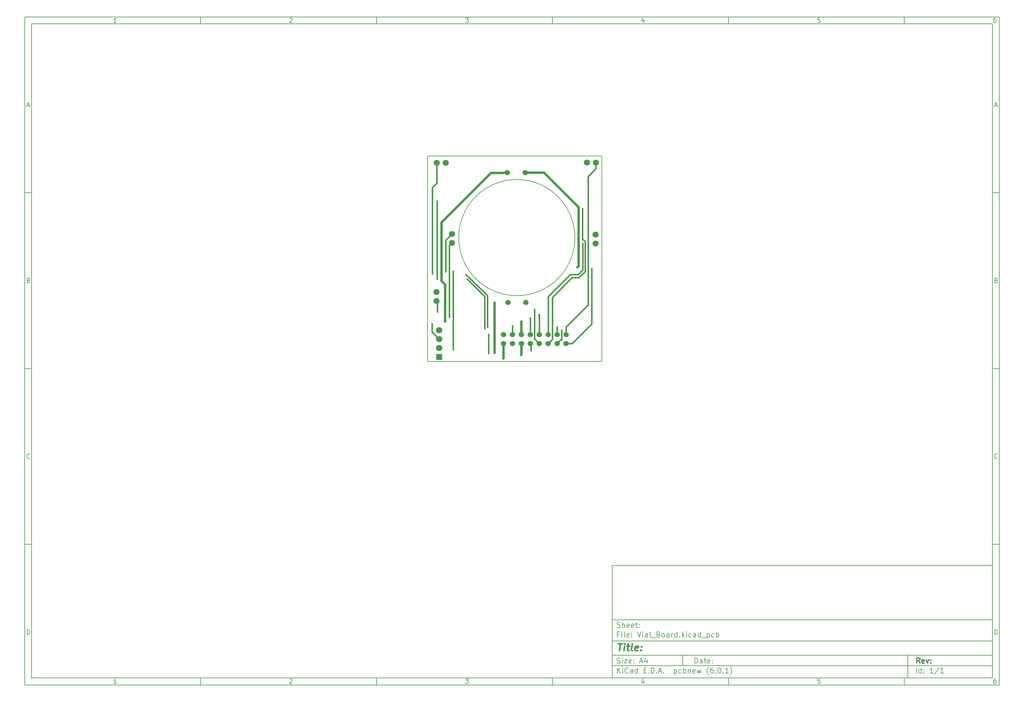
<source format=gbr>
%TF.GenerationSoftware,KiCad,Pcbnew,(6.0.1)*%
%TF.CreationDate,2022-03-10T11:24:42-03:00*%
%TF.ProjectId,Vial_Board,5669616c-5f42-46f6-9172-642e6b696361,rev?*%
%TF.SameCoordinates,Original*%
%TF.FileFunction,Copper,L2,Bot*%
%TF.FilePolarity,Positive*%
%FSLAX46Y46*%
G04 Gerber Fmt 4.6, Leading zero omitted, Abs format (unit mm)*
G04 Created by KiCad (PCBNEW (6.0.1)) date 2022-03-10 11:24:42*
%MOMM*%
%LPD*%
G01*
G04 APERTURE LIST*
%ADD10C,0.100000*%
%ADD11C,0.150000*%
%ADD12C,0.300000*%
%ADD13C,0.400000*%
%TA.AperFunction,Profile*%
%ADD14C,0.150000*%
%TD*%
%TA.AperFunction,ComponentPad*%
%ADD15C,1.524000*%
%TD*%
%TA.AperFunction,ComponentPad*%
%ADD16C,1.750000*%
%TD*%
%TA.AperFunction,ComponentPad*%
%ADD17R,1.800000X1.800000*%
%TD*%
%TA.AperFunction,ComponentPad*%
%ADD18C,1.800000*%
%TD*%
%TA.AperFunction,ViaPad*%
%ADD19C,0.406400*%
%TD*%
%TA.AperFunction,ViaPad*%
%ADD20C,0.635000*%
%TD*%
%TA.AperFunction,Conductor*%
%ADD21C,0.381000*%
%TD*%
%TA.AperFunction,Conductor*%
%ADD22C,0.635000*%
%TD*%
G04 APERTURE END LIST*
D10*
D11*
X177002200Y-166007200D02*
X177002200Y-198007200D01*
X285002200Y-198007200D01*
X285002200Y-166007200D01*
X177002200Y-166007200D01*
D10*
D11*
X10000000Y-10000000D02*
X10000000Y-200007200D01*
X287002200Y-200007200D01*
X287002200Y-10000000D01*
X10000000Y-10000000D01*
D10*
D11*
X12000000Y-12000000D02*
X12000000Y-198007200D01*
X285002200Y-198007200D01*
X285002200Y-12000000D01*
X12000000Y-12000000D01*
D10*
D11*
X60000000Y-12000000D02*
X60000000Y-10000000D01*
D10*
D11*
X110000000Y-12000000D02*
X110000000Y-10000000D01*
D10*
D11*
X160000000Y-12000000D02*
X160000000Y-10000000D01*
D10*
D11*
X210000000Y-12000000D02*
X210000000Y-10000000D01*
D10*
D11*
X260000000Y-12000000D02*
X260000000Y-10000000D01*
D10*
D11*
X36065476Y-11588095D02*
X35322619Y-11588095D01*
X35694047Y-11588095D02*
X35694047Y-10288095D01*
X35570238Y-10473809D01*
X35446428Y-10597619D01*
X35322619Y-10659523D01*
D10*
D11*
X85322619Y-10411904D02*
X85384523Y-10350000D01*
X85508333Y-10288095D01*
X85817857Y-10288095D01*
X85941666Y-10350000D01*
X86003571Y-10411904D01*
X86065476Y-10535714D01*
X86065476Y-10659523D01*
X86003571Y-10845238D01*
X85260714Y-11588095D01*
X86065476Y-11588095D01*
D10*
D11*
X135260714Y-10288095D02*
X136065476Y-10288095D01*
X135632142Y-10783333D01*
X135817857Y-10783333D01*
X135941666Y-10845238D01*
X136003571Y-10907142D01*
X136065476Y-11030952D01*
X136065476Y-11340476D01*
X136003571Y-11464285D01*
X135941666Y-11526190D01*
X135817857Y-11588095D01*
X135446428Y-11588095D01*
X135322619Y-11526190D01*
X135260714Y-11464285D01*
D10*
D11*
X185941666Y-10721428D02*
X185941666Y-11588095D01*
X185632142Y-10226190D02*
X185322619Y-11154761D01*
X186127380Y-11154761D01*
D10*
D11*
X236003571Y-10288095D02*
X235384523Y-10288095D01*
X235322619Y-10907142D01*
X235384523Y-10845238D01*
X235508333Y-10783333D01*
X235817857Y-10783333D01*
X235941666Y-10845238D01*
X236003571Y-10907142D01*
X236065476Y-11030952D01*
X236065476Y-11340476D01*
X236003571Y-11464285D01*
X235941666Y-11526190D01*
X235817857Y-11588095D01*
X235508333Y-11588095D01*
X235384523Y-11526190D01*
X235322619Y-11464285D01*
D10*
D11*
X285941666Y-10288095D02*
X285694047Y-10288095D01*
X285570238Y-10350000D01*
X285508333Y-10411904D01*
X285384523Y-10597619D01*
X285322619Y-10845238D01*
X285322619Y-11340476D01*
X285384523Y-11464285D01*
X285446428Y-11526190D01*
X285570238Y-11588095D01*
X285817857Y-11588095D01*
X285941666Y-11526190D01*
X286003571Y-11464285D01*
X286065476Y-11340476D01*
X286065476Y-11030952D01*
X286003571Y-10907142D01*
X285941666Y-10845238D01*
X285817857Y-10783333D01*
X285570238Y-10783333D01*
X285446428Y-10845238D01*
X285384523Y-10907142D01*
X285322619Y-11030952D01*
D10*
D11*
X60000000Y-198007200D02*
X60000000Y-200007200D01*
D10*
D11*
X110000000Y-198007200D02*
X110000000Y-200007200D01*
D10*
D11*
X160000000Y-198007200D02*
X160000000Y-200007200D01*
D10*
D11*
X210000000Y-198007200D02*
X210000000Y-200007200D01*
D10*
D11*
X260000000Y-198007200D02*
X260000000Y-200007200D01*
D10*
D11*
X36065476Y-199595295D02*
X35322619Y-199595295D01*
X35694047Y-199595295D02*
X35694047Y-198295295D01*
X35570238Y-198481009D01*
X35446428Y-198604819D01*
X35322619Y-198666723D01*
D10*
D11*
X85322619Y-198419104D02*
X85384523Y-198357200D01*
X85508333Y-198295295D01*
X85817857Y-198295295D01*
X85941666Y-198357200D01*
X86003571Y-198419104D01*
X86065476Y-198542914D01*
X86065476Y-198666723D01*
X86003571Y-198852438D01*
X85260714Y-199595295D01*
X86065476Y-199595295D01*
D10*
D11*
X135260714Y-198295295D02*
X136065476Y-198295295D01*
X135632142Y-198790533D01*
X135817857Y-198790533D01*
X135941666Y-198852438D01*
X136003571Y-198914342D01*
X136065476Y-199038152D01*
X136065476Y-199347676D01*
X136003571Y-199471485D01*
X135941666Y-199533390D01*
X135817857Y-199595295D01*
X135446428Y-199595295D01*
X135322619Y-199533390D01*
X135260714Y-199471485D01*
D10*
D11*
X185941666Y-198728628D02*
X185941666Y-199595295D01*
X185632142Y-198233390D02*
X185322619Y-199161961D01*
X186127380Y-199161961D01*
D10*
D11*
X236003571Y-198295295D02*
X235384523Y-198295295D01*
X235322619Y-198914342D01*
X235384523Y-198852438D01*
X235508333Y-198790533D01*
X235817857Y-198790533D01*
X235941666Y-198852438D01*
X236003571Y-198914342D01*
X236065476Y-199038152D01*
X236065476Y-199347676D01*
X236003571Y-199471485D01*
X235941666Y-199533390D01*
X235817857Y-199595295D01*
X235508333Y-199595295D01*
X235384523Y-199533390D01*
X235322619Y-199471485D01*
D10*
D11*
X285941666Y-198295295D02*
X285694047Y-198295295D01*
X285570238Y-198357200D01*
X285508333Y-198419104D01*
X285384523Y-198604819D01*
X285322619Y-198852438D01*
X285322619Y-199347676D01*
X285384523Y-199471485D01*
X285446428Y-199533390D01*
X285570238Y-199595295D01*
X285817857Y-199595295D01*
X285941666Y-199533390D01*
X286003571Y-199471485D01*
X286065476Y-199347676D01*
X286065476Y-199038152D01*
X286003571Y-198914342D01*
X285941666Y-198852438D01*
X285817857Y-198790533D01*
X285570238Y-198790533D01*
X285446428Y-198852438D01*
X285384523Y-198914342D01*
X285322619Y-199038152D01*
D10*
D11*
X10000000Y-60000000D02*
X12000000Y-60000000D01*
D10*
D11*
X10000000Y-110000000D02*
X12000000Y-110000000D01*
D10*
D11*
X10000000Y-160000000D02*
X12000000Y-160000000D01*
D10*
D11*
X10690476Y-35216666D02*
X11309523Y-35216666D01*
X10566666Y-35588095D02*
X11000000Y-34288095D01*
X11433333Y-35588095D01*
D10*
D11*
X11092857Y-84907142D02*
X11278571Y-84969047D01*
X11340476Y-85030952D01*
X11402380Y-85154761D01*
X11402380Y-85340476D01*
X11340476Y-85464285D01*
X11278571Y-85526190D01*
X11154761Y-85588095D01*
X10659523Y-85588095D01*
X10659523Y-84288095D01*
X11092857Y-84288095D01*
X11216666Y-84350000D01*
X11278571Y-84411904D01*
X11340476Y-84535714D01*
X11340476Y-84659523D01*
X11278571Y-84783333D01*
X11216666Y-84845238D01*
X11092857Y-84907142D01*
X10659523Y-84907142D01*
D10*
D11*
X11402380Y-135464285D02*
X11340476Y-135526190D01*
X11154761Y-135588095D01*
X11030952Y-135588095D01*
X10845238Y-135526190D01*
X10721428Y-135402380D01*
X10659523Y-135278571D01*
X10597619Y-135030952D01*
X10597619Y-134845238D01*
X10659523Y-134597619D01*
X10721428Y-134473809D01*
X10845238Y-134350000D01*
X11030952Y-134288095D01*
X11154761Y-134288095D01*
X11340476Y-134350000D01*
X11402380Y-134411904D01*
D10*
D11*
X10659523Y-185588095D02*
X10659523Y-184288095D01*
X10969047Y-184288095D01*
X11154761Y-184350000D01*
X11278571Y-184473809D01*
X11340476Y-184597619D01*
X11402380Y-184845238D01*
X11402380Y-185030952D01*
X11340476Y-185278571D01*
X11278571Y-185402380D01*
X11154761Y-185526190D01*
X10969047Y-185588095D01*
X10659523Y-185588095D01*
D10*
D11*
X287002200Y-60000000D02*
X285002200Y-60000000D01*
D10*
D11*
X287002200Y-110000000D02*
X285002200Y-110000000D01*
D10*
D11*
X287002200Y-160000000D02*
X285002200Y-160000000D01*
D10*
D11*
X285692676Y-35216666D02*
X286311723Y-35216666D01*
X285568866Y-35588095D02*
X286002200Y-34288095D01*
X286435533Y-35588095D01*
D10*
D11*
X286095057Y-84907142D02*
X286280771Y-84969047D01*
X286342676Y-85030952D01*
X286404580Y-85154761D01*
X286404580Y-85340476D01*
X286342676Y-85464285D01*
X286280771Y-85526190D01*
X286156961Y-85588095D01*
X285661723Y-85588095D01*
X285661723Y-84288095D01*
X286095057Y-84288095D01*
X286218866Y-84350000D01*
X286280771Y-84411904D01*
X286342676Y-84535714D01*
X286342676Y-84659523D01*
X286280771Y-84783333D01*
X286218866Y-84845238D01*
X286095057Y-84907142D01*
X285661723Y-84907142D01*
D10*
D11*
X286404580Y-135464285D02*
X286342676Y-135526190D01*
X286156961Y-135588095D01*
X286033152Y-135588095D01*
X285847438Y-135526190D01*
X285723628Y-135402380D01*
X285661723Y-135278571D01*
X285599819Y-135030952D01*
X285599819Y-134845238D01*
X285661723Y-134597619D01*
X285723628Y-134473809D01*
X285847438Y-134350000D01*
X286033152Y-134288095D01*
X286156961Y-134288095D01*
X286342676Y-134350000D01*
X286404580Y-134411904D01*
D10*
D11*
X285661723Y-185588095D02*
X285661723Y-184288095D01*
X285971247Y-184288095D01*
X286156961Y-184350000D01*
X286280771Y-184473809D01*
X286342676Y-184597619D01*
X286404580Y-184845238D01*
X286404580Y-185030952D01*
X286342676Y-185278571D01*
X286280771Y-185402380D01*
X286156961Y-185526190D01*
X285971247Y-185588095D01*
X285661723Y-185588095D01*
D10*
D11*
X200434342Y-193785771D02*
X200434342Y-192285771D01*
X200791485Y-192285771D01*
X201005771Y-192357200D01*
X201148628Y-192500057D01*
X201220057Y-192642914D01*
X201291485Y-192928628D01*
X201291485Y-193142914D01*
X201220057Y-193428628D01*
X201148628Y-193571485D01*
X201005771Y-193714342D01*
X200791485Y-193785771D01*
X200434342Y-193785771D01*
X202577200Y-193785771D02*
X202577200Y-193000057D01*
X202505771Y-192857200D01*
X202362914Y-192785771D01*
X202077200Y-192785771D01*
X201934342Y-192857200D01*
X202577200Y-193714342D02*
X202434342Y-193785771D01*
X202077200Y-193785771D01*
X201934342Y-193714342D01*
X201862914Y-193571485D01*
X201862914Y-193428628D01*
X201934342Y-193285771D01*
X202077200Y-193214342D01*
X202434342Y-193214342D01*
X202577200Y-193142914D01*
X203077200Y-192785771D02*
X203648628Y-192785771D01*
X203291485Y-192285771D02*
X203291485Y-193571485D01*
X203362914Y-193714342D01*
X203505771Y-193785771D01*
X203648628Y-193785771D01*
X204720057Y-193714342D02*
X204577200Y-193785771D01*
X204291485Y-193785771D01*
X204148628Y-193714342D01*
X204077200Y-193571485D01*
X204077200Y-193000057D01*
X204148628Y-192857200D01*
X204291485Y-192785771D01*
X204577200Y-192785771D01*
X204720057Y-192857200D01*
X204791485Y-193000057D01*
X204791485Y-193142914D01*
X204077200Y-193285771D01*
X205434342Y-193642914D02*
X205505771Y-193714342D01*
X205434342Y-193785771D01*
X205362914Y-193714342D01*
X205434342Y-193642914D01*
X205434342Y-193785771D01*
X205434342Y-192857200D02*
X205505771Y-192928628D01*
X205434342Y-193000057D01*
X205362914Y-192928628D01*
X205434342Y-192857200D01*
X205434342Y-193000057D01*
D10*
D11*
X177002200Y-194507200D02*
X285002200Y-194507200D01*
D10*
D11*
X178434342Y-196585771D02*
X178434342Y-195085771D01*
X179291485Y-196585771D02*
X178648628Y-195728628D01*
X179291485Y-195085771D02*
X178434342Y-195942914D01*
X179934342Y-196585771D02*
X179934342Y-195585771D01*
X179934342Y-195085771D02*
X179862914Y-195157200D01*
X179934342Y-195228628D01*
X180005771Y-195157200D01*
X179934342Y-195085771D01*
X179934342Y-195228628D01*
X181505771Y-196442914D02*
X181434342Y-196514342D01*
X181220057Y-196585771D01*
X181077200Y-196585771D01*
X180862914Y-196514342D01*
X180720057Y-196371485D01*
X180648628Y-196228628D01*
X180577200Y-195942914D01*
X180577200Y-195728628D01*
X180648628Y-195442914D01*
X180720057Y-195300057D01*
X180862914Y-195157200D01*
X181077200Y-195085771D01*
X181220057Y-195085771D01*
X181434342Y-195157200D01*
X181505771Y-195228628D01*
X182791485Y-196585771D02*
X182791485Y-195800057D01*
X182720057Y-195657200D01*
X182577200Y-195585771D01*
X182291485Y-195585771D01*
X182148628Y-195657200D01*
X182791485Y-196514342D02*
X182648628Y-196585771D01*
X182291485Y-196585771D01*
X182148628Y-196514342D01*
X182077200Y-196371485D01*
X182077200Y-196228628D01*
X182148628Y-196085771D01*
X182291485Y-196014342D01*
X182648628Y-196014342D01*
X182791485Y-195942914D01*
X184148628Y-196585771D02*
X184148628Y-195085771D01*
X184148628Y-196514342D02*
X184005771Y-196585771D01*
X183720057Y-196585771D01*
X183577200Y-196514342D01*
X183505771Y-196442914D01*
X183434342Y-196300057D01*
X183434342Y-195871485D01*
X183505771Y-195728628D01*
X183577200Y-195657200D01*
X183720057Y-195585771D01*
X184005771Y-195585771D01*
X184148628Y-195657200D01*
X186005771Y-195800057D02*
X186505771Y-195800057D01*
X186720057Y-196585771D02*
X186005771Y-196585771D01*
X186005771Y-195085771D01*
X186720057Y-195085771D01*
X187362914Y-196442914D02*
X187434342Y-196514342D01*
X187362914Y-196585771D01*
X187291485Y-196514342D01*
X187362914Y-196442914D01*
X187362914Y-196585771D01*
X188077200Y-196585771D02*
X188077200Y-195085771D01*
X188434342Y-195085771D01*
X188648628Y-195157200D01*
X188791485Y-195300057D01*
X188862914Y-195442914D01*
X188934342Y-195728628D01*
X188934342Y-195942914D01*
X188862914Y-196228628D01*
X188791485Y-196371485D01*
X188648628Y-196514342D01*
X188434342Y-196585771D01*
X188077200Y-196585771D01*
X189577200Y-196442914D02*
X189648628Y-196514342D01*
X189577200Y-196585771D01*
X189505771Y-196514342D01*
X189577200Y-196442914D01*
X189577200Y-196585771D01*
X190220057Y-196157200D02*
X190934342Y-196157200D01*
X190077200Y-196585771D02*
X190577200Y-195085771D01*
X191077200Y-196585771D01*
X191577200Y-196442914D02*
X191648628Y-196514342D01*
X191577200Y-196585771D01*
X191505771Y-196514342D01*
X191577200Y-196442914D01*
X191577200Y-196585771D01*
X194577200Y-195585771D02*
X194577200Y-197085771D01*
X194577200Y-195657200D02*
X194720057Y-195585771D01*
X195005771Y-195585771D01*
X195148628Y-195657200D01*
X195220057Y-195728628D01*
X195291485Y-195871485D01*
X195291485Y-196300057D01*
X195220057Y-196442914D01*
X195148628Y-196514342D01*
X195005771Y-196585771D01*
X194720057Y-196585771D01*
X194577200Y-196514342D01*
X196577200Y-196514342D02*
X196434342Y-196585771D01*
X196148628Y-196585771D01*
X196005771Y-196514342D01*
X195934342Y-196442914D01*
X195862914Y-196300057D01*
X195862914Y-195871485D01*
X195934342Y-195728628D01*
X196005771Y-195657200D01*
X196148628Y-195585771D01*
X196434342Y-195585771D01*
X196577200Y-195657200D01*
X197220057Y-196585771D02*
X197220057Y-195085771D01*
X197220057Y-195657200D02*
X197362914Y-195585771D01*
X197648628Y-195585771D01*
X197791485Y-195657200D01*
X197862914Y-195728628D01*
X197934342Y-195871485D01*
X197934342Y-196300057D01*
X197862914Y-196442914D01*
X197791485Y-196514342D01*
X197648628Y-196585771D01*
X197362914Y-196585771D01*
X197220057Y-196514342D01*
X198577200Y-195585771D02*
X198577200Y-196585771D01*
X198577200Y-195728628D02*
X198648628Y-195657200D01*
X198791485Y-195585771D01*
X199005771Y-195585771D01*
X199148628Y-195657200D01*
X199220057Y-195800057D01*
X199220057Y-196585771D01*
X200505771Y-196514342D02*
X200362914Y-196585771D01*
X200077200Y-196585771D01*
X199934342Y-196514342D01*
X199862914Y-196371485D01*
X199862914Y-195800057D01*
X199934342Y-195657200D01*
X200077200Y-195585771D01*
X200362914Y-195585771D01*
X200505771Y-195657200D01*
X200577200Y-195800057D01*
X200577200Y-195942914D01*
X199862914Y-196085771D01*
X201077200Y-195585771D02*
X201362914Y-196585771D01*
X201648628Y-195871485D01*
X201934342Y-196585771D01*
X202220057Y-195585771D01*
X204362914Y-197157200D02*
X204291485Y-197085771D01*
X204148628Y-196871485D01*
X204077200Y-196728628D01*
X204005771Y-196514342D01*
X203934342Y-196157200D01*
X203934342Y-195871485D01*
X204005771Y-195514342D01*
X204077200Y-195300057D01*
X204148628Y-195157200D01*
X204291485Y-194942914D01*
X204362914Y-194871485D01*
X205577200Y-195085771D02*
X205291485Y-195085771D01*
X205148628Y-195157200D01*
X205077200Y-195228628D01*
X204934342Y-195442914D01*
X204862914Y-195728628D01*
X204862914Y-196300057D01*
X204934342Y-196442914D01*
X205005771Y-196514342D01*
X205148628Y-196585771D01*
X205434342Y-196585771D01*
X205577200Y-196514342D01*
X205648628Y-196442914D01*
X205720057Y-196300057D01*
X205720057Y-195942914D01*
X205648628Y-195800057D01*
X205577200Y-195728628D01*
X205434342Y-195657200D01*
X205148628Y-195657200D01*
X205005771Y-195728628D01*
X204934342Y-195800057D01*
X204862914Y-195942914D01*
X206362914Y-196442914D02*
X206434342Y-196514342D01*
X206362914Y-196585771D01*
X206291485Y-196514342D01*
X206362914Y-196442914D01*
X206362914Y-196585771D01*
X207362914Y-195085771D02*
X207505771Y-195085771D01*
X207648628Y-195157200D01*
X207720057Y-195228628D01*
X207791485Y-195371485D01*
X207862914Y-195657200D01*
X207862914Y-196014342D01*
X207791485Y-196300057D01*
X207720057Y-196442914D01*
X207648628Y-196514342D01*
X207505771Y-196585771D01*
X207362914Y-196585771D01*
X207220057Y-196514342D01*
X207148628Y-196442914D01*
X207077200Y-196300057D01*
X207005771Y-196014342D01*
X207005771Y-195657200D01*
X207077200Y-195371485D01*
X207148628Y-195228628D01*
X207220057Y-195157200D01*
X207362914Y-195085771D01*
X208505771Y-196442914D02*
X208577200Y-196514342D01*
X208505771Y-196585771D01*
X208434342Y-196514342D01*
X208505771Y-196442914D01*
X208505771Y-196585771D01*
X210005771Y-196585771D02*
X209148628Y-196585771D01*
X209577200Y-196585771D02*
X209577200Y-195085771D01*
X209434342Y-195300057D01*
X209291485Y-195442914D01*
X209148628Y-195514342D01*
X210505771Y-197157200D02*
X210577200Y-197085771D01*
X210720057Y-196871485D01*
X210791485Y-196728628D01*
X210862914Y-196514342D01*
X210934342Y-196157200D01*
X210934342Y-195871485D01*
X210862914Y-195514342D01*
X210791485Y-195300057D01*
X210720057Y-195157200D01*
X210577200Y-194942914D01*
X210505771Y-194871485D01*
D10*
D11*
X177002200Y-191507200D02*
X285002200Y-191507200D01*
D10*
D12*
X264411485Y-193785771D02*
X263911485Y-193071485D01*
X263554342Y-193785771D02*
X263554342Y-192285771D01*
X264125771Y-192285771D01*
X264268628Y-192357200D01*
X264340057Y-192428628D01*
X264411485Y-192571485D01*
X264411485Y-192785771D01*
X264340057Y-192928628D01*
X264268628Y-193000057D01*
X264125771Y-193071485D01*
X263554342Y-193071485D01*
X265625771Y-193714342D02*
X265482914Y-193785771D01*
X265197200Y-193785771D01*
X265054342Y-193714342D01*
X264982914Y-193571485D01*
X264982914Y-193000057D01*
X265054342Y-192857200D01*
X265197200Y-192785771D01*
X265482914Y-192785771D01*
X265625771Y-192857200D01*
X265697200Y-193000057D01*
X265697200Y-193142914D01*
X264982914Y-193285771D01*
X266197200Y-192785771D02*
X266554342Y-193785771D01*
X266911485Y-192785771D01*
X267482914Y-193642914D02*
X267554342Y-193714342D01*
X267482914Y-193785771D01*
X267411485Y-193714342D01*
X267482914Y-193642914D01*
X267482914Y-193785771D01*
X267482914Y-192857200D02*
X267554342Y-192928628D01*
X267482914Y-193000057D01*
X267411485Y-192928628D01*
X267482914Y-192857200D01*
X267482914Y-193000057D01*
D10*
D11*
X178362914Y-193714342D02*
X178577200Y-193785771D01*
X178934342Y-193785771D01*
X179077200Y-193714342D01*
X179148628Y-193642914D01*
X179220057Y-193500057D01*
X179220057Y-193357200D01*
X179148628Y-193214342D01*
X179077200Y-193142914D01*
X178934342Y-193071485D01*
X178648628Y-193000057D01*
X178505771Y-192928628D01*
X178434342Y-192857200D01*
X178362914Y-192714342D01*
X178362914Y-192571485D01*
X178434342Y-192428628D01*
X178505771Y-192357200D01*
X178648628Y-192285771D01*
X179005771Y-192285771D01*
X179220057Y-192357200D01*
X179862914Y-193785771D02*
X179862914Y-192785771D01*
X179862914Y-192285771D02*
X179791485Y-192357200D01*
X179862914Y-192428628D01*
X179934342Y-192357200D01*
X179862914Y-192285771D01*
X179862914Y-192428628D01*
X180434342Y-192785771D02*
X181220057Y-192785771D01*
X180434342Y-193785771D01*
X181220057Y-193785771D01*
X182362914Y-193714342D02*
X182220057Y-193785771D01*
X181934342Y-193785771D01*
X181791485Y-193714342D01*
X181720057Y-193571485D01*
X181720057Y-193000057D01*
X181791485Y-192857200D01*
X181934342Y-192785771D01*
X182220057Y-192785771D01*
X182362914Y-192857200D01*
X182434342Y-193000057D01*
X182434342Y-193142914D01*
X181720057Y-193285771D01*
X183077200Y-193642914D02*
X183148628Y-193714342D01*
X183077200Y-193785771D01*
X183005771Y-193714342D01*
X183077200Y-193642914D01*
X183077200Y-193785771D01*
X183077200Y-192857200D02*
X183148628Y-192928628D01*
X183077200Y-193000057D01*
X183005771Y-192928628D01*
X183077200Y-192857200D01*
X183077200Y-193000057D01*
X184862914Y-193357200D02*
X185577200Y-193357200D01*
X184720057Y-193785771D02*
X185220057Y-192285771D01*
X185720057Y-193785771D01*
X186862914Y-192785771D02*
X186862914Y-193785771D01*
X186505771Y-192214342D02*
X186148628Y-193285771D01*
X187077200Y-193285771D01*
D10*
D11*
X263434342Y-196585771D02*
X263434342Y-195085771D01*
X264791485Y-196585771D02*
X264791485Y-195085771D01*
X264791485Y-196514342D02*
X264648628Y-196585771D01*
X264362914Y-196585771D01*
X264220057Y-196514342D01*
X264148628Y-196442914D01*
X264077200Y-196300057D01*
X264077200Y-195871485D01*
X264148628Y-195728628D01*
X264220057Y-195657200D01*
X264362914Y-195585771D01*
X264648628Y-195585771D01*
X264791485Y-195657200D01*
X265505771Y-196442914D02*
X265577200Y-196514342D01*
X265505771Y-196585771D01*
X265434342Y-196514342D01*
X265505771Y-196442914D01*
X265505771Y-196585771D01*
X265505771Y-195657200D02*
X265577200Y-195728628D01*
X265505771Y-195800057D01*
X265434342Y-195728628D01*
X265505771Y-195657200D01*
X265505771Y-195800057D01*
X268148628Y-196585771D02*
X267291485Y-196585771D01*
X267720057Y-196585771D02*
X267720057Y-195085771D01*
X267577200Y-195300057D01*
X267434342Y-195442914D01*
X267291485Y-195514342D01*
X269862914Y-195014342D02*
X268577200Y-196942914D01*
X271148628Y-196585771D02*
X270291485Y-196585771D01*
X270720057Y-196585771D02*
X270720057Y-195085771D01*
X270577200Y-195300057D01*
X270434342Y-195442914D01*
X270291485Y-195514342D01*
D10*
D11*
X177002200Y-187507200D02*
X285002200Y-187507200D01*
D10*
D13*
X178714580Y-188211961D02*
X179857438Y-188211961D01*
X179036009Y-190211961D02*
X179286009Y-188211961D01*
X180274104Y-190211961D02*
X180440771Y-188878628D01*
X180524104Y-188211961D02*
X180416961Y-188307200D01*
X180500295Y-188402438D01*
X180607438Y-188307200D01*
X180524104Y-188211961D01*
X180500295Y-188402438D01*
X181107438Y-188878628D02*
X181869342Y-188878628D01*
X181476485Y-188211961D02*
X181262200Y-189926247D01*
X181333628Y-190116723D01*
X181512200Y-190211961D01*
X181702676Y-190211961D01*
X182655057Y-190211961D02*
X182476485Y-190116723D01*
X182405057Y-189926247D01*
X182619342Y-188211961D01*
X184190771Y-190116723D02*
X183988390Y-190211961D01*
X183607438Y-190211961D01*
X183428866Y-190116723D01*
X183357438Y-189926247D01*
X183452676Y-189164342D01*
X183571723Y-188973866D01*
X183774104Y-188878628D01*
X184155057Y-188878628D01*
X184333628Y-188973866D01*
X184405057Y-189164342D01*
X184381247Y-189354819D01*
X183405057Y-189545295D01*
X185155057Y-190021485D02*
X185238390Y-190116723D01*
X185131247Y-190211961D01*
X185047914Y-190116723D01*
X185155057Y-190021485D01*
X185131247Y-190211961D01*
X185286009Y-188973866D02*
X185369342Y-189069104D01*
X185262200Y-189164342D01*
X185178866Y-189069104D01*
X185286009Y-188973866D01*
X185262200Y-189164342D01*
D10*
D11*
X178934342Y-185600057D02*
X178434342Y-185600057D01*
X178434342Y-186385771D02*
X178434342Y-184885771D01*
X179148628Y-184885771D01*
X179720057Y-186385771D02*
X179720057Y-185385771D01*
X179720057Y-184885771D02*
X179648628Y-184957200D01*
X179720057Y-185028628D01*
X179791485Y-184957200D01*
X179720057Y-184885771D01*
X179720057Y-185028628D01*
X180648628Y-186385771D02*
X180505771Y-186314342D01*
X180434342Y-186171485D01*
X180434342Y-184885771D01*
X181791485Y-186314342D02*
X181648628Y-186385771D01*
X181362914Y-186385771D01*
X181220057Y-186314342D01*
X181148628Y-186171485D01*
X181148628Y-185600057D01*
X181220057Y-185457200D01*
X181362914Y-185385771D01*
X181648628Y-185385771D01*
X181791485Y-185457200D01*
X181862914Y-185600057D01*
X181862914Y-185742914D01*
X181148628Y-185885771D01*
X182505771Y-186242914D02*
X182577200Y-186314342D01*
X182505771Y-186385771D01*
X182434342Y-186314342D01*
X182505771Y-186242914D01*
X182505771Y-186385771D01*
X182505771Y-185457200D02*
X182577200Y-185528628D01*
X182505771Y-185600057D01*
X182434342Y-185528628D01*
X182505771Y-185457200D01*
X182505771Y-185600057D01*
X184148628Y-184885771D02*
X184648628Y-186385771D01*
X185148628Y-184885771D01*
X185648628Y-186385771D02*
X185648628Y-185385771D01*
X185648628Y-184885771D02*
X185577200Y-184957200D01*
X185648628Y-185028628D01*
X185720057Y-184957200D01*
X185648628Y-184885771D01*
X185648628Y-185028628D01*
X187005771Y-186385771D02*
X187005771Y-185600057D01*
X186934342Y-185457200D01*
X186791485Y-185385771D01*
X186505771Y-185385771D01*
X186362914Y-185457200D01*
X187005771Y-186314342D02*
X186862914Y-186385771D01*
X186505771Y-186385771D01*
X186362914Y-186314342D01*
X186291485Y-186171485D01*
X186291485Y-186028628D01*
X186362914Y-185885771D01*
X186505771Y-185814342D01*
X186862914Y-185814342D01*
X187005771Y-185742914D01*
X187934342Y-186385771D02*
X187791485Y-186314342D01*
X187720057Y-186171485D01*
X187720057Y-184885771D01*
X188148628Y-186528628D02*
X189291485Y-186528628D01*
X190148628Y-185600057D02*
X190362914Y-185671485D01*
X190434342Y-185742914D01*
X190505771Y-185885771D01*
X190505771Y-186100057D01*
X190434342Y-186242914D01*
X190362914Y-186314342D01*
X190220057Y-186385771D01*
X189648628Y-186385771D01*
X189648628Y-184885771D01*
X190148628Y-184885771D01*
X190291485Y-184957200D01*
X190362914Y-185028628D01*
X190434342Y-185171485D01*
X190434342Y-185314342D01*
X190362914Y-185457200D01*
X190291485Y-185528628D01*
X190148628Y-185600057D01*
X189648628Y-185600057D01*
X191362914Y-186385771D02*
X191220057Y-186314342D01*
X191148628Y-186242914D01*
X191077200Y-186100057D01*
X191077200Y-185671485D01*
X191148628Y-185528628D01*
X191220057Y-185457200D01*
X191362914Y-185385771D01*
X191577200Y-185385771D01*
X191720057Y-185457200D01*
X191791485Y-185528628D01*
X191862914Y-185671485D01*
X191862914Y-186100057D01*
X191791485Y-186242914D01*
X191720057Y-186314342D01*
X191577200Y-186385771D01*
X191362914Y-186385771D01*
X193148628Y-186385771D02*
X193148628Y-185600057D01*
X193077200Y-185457200D01*
X192934342Y-185385771D01*
X192648628Y-185385771D01*
X192505771Y-185457200D01*
X193148628Y-186314342D02*
X193005771Y-186385771D01*
X192648628Y-186385771D01*
X192505771Y-186314342D01*
X192434342Y-186171485D01*
X192434342Y-186028628D01*
X192505771Y-185885771D01*
X192648628Y-185814342D01*
X193005771Y-185814342D01*
X193148628Y-185742914D01*
X193862914Y-186385771D02*
X193862914Y-185385771D01*
X193862914Y-185671485D02*
X193934342Y-185528628D01*
X194005771Y-185457200D01*
X194148628Y-185385771D01*
X194291485Y-185385771D01*
X195434342Y-186385771D02*
X195434342Y-184885771D01*
X195434342Y-186314342D02*
X195291485Y-186385771D01*
X195005771Y-186385771D01*
X194862914Y-186314342D01*
X194791485Y-186242914D01*
X194720057Y-186100057D01*
X194720057Y-185671485D01*
X194791485Y-185528628D01*
X194862914Y-185457200D01*
X195005771Y-185385771D01*
X195291485Y-185385771D01*
X195434342Y-185457200D01*
X196148628Y-186242914D02*
X196220057Y-186314342D01*
X196148628Y-186385771D01*
X196077200Y-186314342D01*
X196148628Y-186242914D01*
X196148628Y-186385771D01*
X196862914Y-186385771D02*
X196862914Y-184885771D01*
X197005771Y-185814342D02*
X197434342Y-186385771D01*
X197434342Y-185385771D02*
X196862914Y-185957200D01*
X198077200Y-186385771D02*
X198077200Y-185385771D01*
X198077200Y-184885771D02*
X198005771Y-184957200D01*
X198077200Y-185028628D01*
X198148628Y-184957200D01*
X198077200Y-184885771D01*
X198077200Y-185028628D01*
X199434342Y-186314342D02*
X199291485Y-186385771D01*
X199005771Y-186385771D01*
X198862914Y-186314342D01*
X198791485Y-186242914D01*
X198720057Y-186100057D01*
X198720057Y-185671485D01*
X198791485Y-185528628D01*
X198862914Y-185457200D01*
X199005771Y-185385771D01*
X199291485Y-185385771D01*
X199434342Y-185457200D01*
X200720057Y-186385771D02*
X200720057Y-185600057D01*
X200648628Y-185457200D01*
X200505771Y-185385771D01*
X200220057Y-185385771D01*
X200077200Y-185457200D01*
X200720057Y-186314342D02*
X200577200Y-186385771D01*
X200220057Y-186385771D01*
X200077200Y-186314342D01*
X200005771Y-186171485D01*
X200005771Y-186028628D01*
X200077200Y-185885771D01*
X200220057Y-185814342D01*
X200577200Y-185814342D01*
X200720057Y-185742914D01*
X202077200Y-186385771D02*
X202077200Y-184885771D01*
X202077200Y-186314342D02*
X201934342Y-186385771D01*
X201648628Y-186385771D01*
X201505771Y-186314342D01*
X201434342Y-186242914D01*
X201362914Y-186100057D01*
X201362914Y-185671485D01*
X201434342Y-185528628D01*
X201505771Y-185457200D01*
X201648628Y-185385771D01*
X201934342Y-185385771D01*
X202077200Y-185457200D01*
X202434342Y-186528628D02*
X203577200Y-186528628D01*
X203934342Y-185385771D02*
X203934342Y-186885771D01*
X203934342Y-185457200D02*
X204077200Y-185385771D01*
X204362914Y-185385771D01*
X204505771Y-185457200D01*
X204577200Y-185528628D01*
X204648628Y-185671485D01*
X204648628Y-186100057D01*
X204577200Y-186242914D01*
X204505771Y-186314342D01*
X204362914Y-186385771D01*
X204077200Y-186385771D01*
X203934342Y-186314342D01*
X205934342Y-186314342D02*
X205791485Y-186385771D01*
X205505771Y-186385771D01*
X205362914Y-186314342D01*
X205291485Y-186242914D01*
X205220057Y-186100057D01*
X205220057Y-185671485D01*
X205291485Y-185528628D01*
X205362914Y-185457200D01*
X205505771Y-185385771D01*
X205791485Y-185385771D01*
X205934342Y-185457200D01*
X206577200Y-186385771D02*
X206577200Y-184885771D01*
X206577200Y-185457200D02*
X206720057Y-185385771D01*
X207005771Y-185385771D01*
X207148628Y-185457200D01*
X207220057Y-185528628D01*
X207291485Y-185671485D01*
X207291485Y-186100057D01*
X207220057Y-186242914D01*
X207148628Y-186314342D01*
X207005771Y-186385771D01*
X206720057Y-186385771D01*
X206577200Y-186314342D01*
D10*
D11*
X177002200Y-181507200D02*
X285002200Y-181507200D01*
D10*
D11*
X178362914Y-183614342D02*
X178577200Y-183685771D01*
X178934342Y-183685771D01*
X179077200Y-183614342D01*
X179148628Y-183542914D01*
X179220057Y-183400057D01*
X179220057Y-183257200D01*
X179148628Y-183114342D01*
X179077200Y-183042914D01*
X178934342Y-182971485D01*
X178648628Y-182900057D01*
X178505771Y-182828628D01*
X178434342Y-182757200D01*
X178362914Y-182614342D01*
X178362914Y-182471485D01*
X178434342Y-182328628D01*
X178505771Y-182257200D01*
X178648628Y-182185771D01*
X179005771Y-182185771D01*
X179220057Y-182257200D01*
X179862914Y-183685771D02*
X179862914Y-182185771D01*
X180505771Y-183685771D02*
X180505771Y-182900057D01*
X180434342Y-182757200D01*
X180291485Y-182685771D01*
X180077200Y-182685771D01*
X179934342Y-182757200D01*
X179862914Y-182828628D01*
X181791485Y-183614342D02*
X181648628Y-183685771D01*
X181362914Y-183685771D01*
X181220057Y-183614342D01*
X181148628Y-183471485D01*
X181148628Y-182900057D01*
X181220057Y-182757200D01*
X181362914Y-182685771D01*
X181648628Y-182685771D01*
X181791485Y-182757200D01*
X181862914Y-182900057D01*
X181862914Y-183042914D01*
X181148628Y-183185771D01*
X183077200Y-183614342D02*
X182934342Y-183685771D01*
X182648628Y-183685771D01*
X182505771Y-183614342D01*
X182434342Y-183471485D01*
X182434342Y-182900057D01*
X182505771Y-182757200D01*
X182648628Y-182685771D01*
X182934342Y-182685771D01*
X183077200Y-182757200D01*
X183148628Y-182900057D01*
X183148628Y-183042914D01*
X182434342Y-183185771D01*
X183577200Y-182685771D02*
X184148628Y-182685771D01*
X183791485Y-182185771D02*
X183791485Y-183471485D01*
X183862914Y-183614342D01*
X184005771Y-183685771D01*
X184148628Y-183685771D01*
X184648628Y-183542914D02*
X184720057Y-183614342D01*
X184648628Y-183685771D01*
X184577200Y-183614342D01*
X184648628Y-183542914D01*
X184648628Y-183685771D01*
X184648628Y-182757200D02*
X184720057Y-182828628D01*
X184648628Y-182900057D01*
X184577200Y-182828628D01*
X184648628Y-182757200D01*
X184648628Y-182900057D01*
D10*
D12*
D10*
D11*
D10*
D11*
D10*
D11*
D10*
D11*
D10*
D11*
X197002200Y-191507200D02*
X197002200Y-194507200D01*
D10*
D11*
X261002200Y-191507200D02*
X261002200Y-198007200D01*
D14*
X166370000Y-72760840D02*
G75*
G03*
X166370000Y-72760840I-16510000J0D01*
G01*
X124460000Y-107950000D02*
X173990000Y-107950000D01*
X124460000Y-49530000D02*
X173990000Y-49530000D01*
X173990000Y-49530000D02*
X173990000Y-107950000D01*
X124460000Y-49530000D02*
X124460000Y-107950000D01*
D15*
%TO.P,P1,1*%
%TO.N,/SPB+*%
X163830000Y-100330000D03*
%TO.P,P1,3*%
%TO.N,/SPA+*%
X161290000Y-100330000D03*
%TO.P,P1,5*%
%TO.N,/PD+*%
X158750000Y-100330000D03*
%TO.P,P1,7*%
%TO.N,/LED+*%
X156210000Y-100330000D03*
%TO.P,P1,9*%
%TO.N,/TS+*%
X153670000Y-100330000D03*
%TO.P,P1,11*%
%TO.N,/HTR+*%
X151130000Y-100330000D03*
%TO.P,P1,13*%
%TO.N,/FS+*%
X148590000Y-100330000D03*
%TO.P,P1,2*%
%TO.N,/SPB-*%
X163830000Y-102870000D03*
%TO.P,P1,4*%
%TO.N,/SPA-*%
X161290000Y-102870000D03*
%TO.P,P1,6*%
%TO.N,/PD-*%
X158750000Y-102870000D03*
%TO.P,P1,8*%
%TO.N,/LED-*%
X156210000Y-102870000D03*
%TO.P,P1,10*%
%TO.N,/TS-*%
X153670000Y-102870000D03*
%TO.P,P1,12*%
%TO.N,/HTR-*%
X151130000Y-102870000D03*
%TO.P,P1,14*%
%TO.N,/FAN-*%
X148590000Y-102870000D03*
%TO.P,P1,16*%
X146050000Y-102870000D03*
%TO.P,P1,15*%
%TO.N,/FAN+*%
X146050000Y-100330000D03*
%TD*%
%TO.P,R5,1*%
%TO.N,/HTR+*%
X147211438Y-54322650D03*
%TO.P,R5,2*%
%TO.N,Net-(R5-Pad2)*%
X152291438Y-54322650D03*
%TD*%
%TO.P,R6,1*%
%TO.N,Net-(R5-Pad2)*%
X152420676Y-91193620D03*
%TO.P,R6,2*%
%TO.N,/HTR-*%
X147340676Y-91193620D03*
%TD*%
D16*
%TO.P,P9,1*%
%TO.N,/SPA+*%
X127110000Y-51535000D03*
%TO.P,P9,2*%
%TO.N,Net-(P9-Pad2)*%
X129650000Y-51535000D03*
%TD*%
%TO.P,P8,1*%
%TO.N,/SPB+*%
X172350000Y-51420000D03*
%TO.P,P8,2*%
%TO.N,Net-(P8-Pad2)*%
X169810000Y-51420000D03*
%TD*%
%TO.P,P7,1*%
%TO.N,/PD+*%
X172270000Y-74440000D03*
%TO.P,P7,2*%
%TO.N,Net-(P7-Pad2)*%
X172270000Y-71900000D03*
%TD*%
%TO.P,P6,1*%
%TO.N,/LED+*%
X127000000Y-90805000D03*
%TO.P,P6,2*%
%TO.N,Net-(P6-Pad2)*%
X127000000Y-88265000D03*
%TD*%
D17*
%TO.P,P2,1*%
%TO.N,/FAN-*%
X127762000Y-106680000D03*
D18*
%TO.P,P2,2*%
%TO.N,/FAN+*%
X127762000Y-104140000D03*
%TO.P,P2,3*%
%TO.N,/FS+*%
X127762000Y-101600000D03*
%TO.P,P2,4*%
%TO.N,/PWM*%
X127762000Y-99060000D03*
%TD*%
D16*
%TO.P,P5,1*%
%TO.N,/TS+*%
X131445000Y-74295000D03*
%TO.P,P5,2*%
%TO.N,/TS-*%
X131445000Y-71755000D03*
%TD*%
D19*
%TO.N,/SPA+*%
X161300000Y-98170000D03*
X141630000Y-98230000D03*
X135430000Y-83220000D03*
X125840000Y-83060000D03*
%TO.N,/PD+*%
X168610000Y-74370000D03*
%TO.N,/LED+*%
X127260000Y-93940000D03*
X156080000Y-94570000D03*
%TO.N,/TS+*%
X130670000Y-95360000D03*
X153660000Y-95650000D03*
D20*
%TO.N,/HTR+*%
X151120000Y-96640000D03*
X129470000Y-96600000D03*
D19*
%TO.N,/FAN+*%
X141840000Y-100250000D03*
X141880000Y-105710000D03*
%TO.N,/SPA-*%
X162600000Y-99100000D03*
X140780000Y-98640000D03*
X135750000Y-84520000D03*
X127220000Y-84600000D03*
X127220000Y-62360000D03*
%TO.N,/SPB-*%
X171130000Y-81570000D03*
%TO.N,/PD-*%
X168530000Y-64530000D03*
%TO.N,/LED-*%
X154890000Y-93170000D03*
%TO.N,/TS-*%
X153880000Y-104910000D03*
X131840000Y-104550000D03*
X131760000Y-82350000D03*
X129650000Y-82500000D03*
D20*
%TO.N,/HTR-*%
X143570000Y-91270000D03*
X143570000Y-105530000D03*
X151070000Y-106110000D03*
%TO.N,/FAN-*%
X145980000Y-107090000D03*
%TO.N,Net-(R5-Pad2)*%
X167060000Y-81220000D03*
D19*
%TO.N,/FS+*%
X148630000Y-97790000D03*
X125800000Y-97240000D03*
%TD*%
D21*
%TO.N,/SPA+*%
X161300000Y-98170000D02*
X161300000Y-100320000D01*
X161300000Y-100320000D02*
X161290000Y-100330000D01*
X141470000Y-89260000D02*
X141470000Y-98070000D01*
X141470000Y-98070000D02*
X141630000Y-98230000D01*
X135430000Y-83220000D02*
X141470000Y-89260000D01*
X127110000Y-57250000D02*
X125840000Y-58520000D01*
X125840000Y-58520000D02*
X125840000Y-83060000D01*
X127110000Y-51535000D02*
X127110000Y-57250000D01*
%TO.N,/SPB+*%
X170090000Y-55360000D02*
X172350000Y-53100000D01*
X172350000Y-53100000D02*
X172350000Y-51420000D01*
X170090000Y-91870000D02*
X170090000Y-55360000D01*
X163830000Y-98130000D02*
X170090000Y-91870000D01*
X163830000Y-100330000D02*
X163830000Y-98130000D01*
%TO.N,/PD+*%
X167300000Y-83240000D02*
X168610000Y-81930000D01*
X168610000Y-81930000D02*
X168610000Y-74370000D01*
X158750000Y-89520000D02*
X165030000Y-83240000D01*
X165030000Y-83240000D02*
X167300000Y-83240000D01*
X158750000Y-100330000D02*
X158750000Y-89520000D01*
%TO.N,/LED+*%
X127260000Y-93940000D02*
X127260000Y-91065000D01*
X127260000Y-91065000D02*
X127000000Y-90805000D01*
X156210000Y-100330000D02*
X156210000Y-94700000D01*
X156210000Y-94700000D02*
X156080000Y-94570000D01*
%TO.N,/TS+*%
X130670000Y-95360000D02*
X130670000Y-75070000D01*
X130670000Y-75070000D02*
X131445000Y-74295000D01*
X153670000Y-100330000D02*
X153670000Y-95660000D01*
X153670000Y-95660000D02*
X153660000Y-95650000D01*
D22*
%TO.N,/HTR+*%
X151120000Y-96640000D02*
X151120000Y-100320000D01*
X151120000Y-100320000D02*
X151130000Y-100330000D01*
X128450000Y-85090000D02*
X129470000Y-86110000D01*
X129470000Y-86110000D02*
X129470000Y-96600000D01*
X128450000Y-68480000D02*
X128450000Y-85090000D01*
X142560000Y-54370000D02*
X128450000Y-68480000D01*
X146086458Y-54370000D02*
X142560000Y-54370000D01*
X147211438Y-54322650D02*
X146133808Y-54322650D01*
X146133808Y-54322650D02*
X146086458Y-54370000D01*
D21*
%TO.N,/FAN+*%
X141880000Y-105710000D02*
X141880000Y-100290000D01*
X141880000Y-100290000D02*
X141840000Y-100250000D01*
%TO.N,/SPA-*%
X162600000Y-99100000D02*
X162600000Y-99387368D01*
X162600000Y-99387368D02*
X162623499Y-99410867D01*
X162623499Y-99410867D02*
X162623499Y-99750879D01*
X162623499Y-101823499D02*
X162336501Y-101823499D01*
X162336501Y-101823499D02*
X161290000Y-102870000D01*
X162690000Y-99684378D02*
X162623499Y-99750879D01*
X162623499Y-99750879D02*
X162623499Y-101823499D01*
X135750000Y-84520000D02*
X140780000Y-89550000D01*
X140780000Y-89550000D02*
X140780000Y-98640000D01*
X127220000Y-62360000D02*
X127220000Y-84600000D01*
%TO.N,/SPB-*%
X171130000Y-81570000D02*
X171130000Y-97320000D01*
X171130000Y-97320000D02*
X165580000Y-102870000D01*
X165580000Y-102870000D02*
X163830000Y-102870000D01*
%TO.N,/PD-*%
X165570000Y-84130000D02*
X159956501Y-89743499D01*
X159956501Y-89743499D02*
X159956501Y-101663499D01*
X159956501Y-101663499D02*
X159511999Y-102108001D01*
X159511999Y-102108001D02*
X158750000Y-102870000D01*
X167530000Y-84130000D02*
X165570000Y-84130000D01*
X169257701Y-82402299D02*
X167530000Y-84130000D01*
X168880000Y-73450000D02*
X169257701Y-73827701D01*
X169257701Y-73827701D02*
X169257701Y-82402299D01*
X168740000Y-73450000D02*
X168880000Y-73450000D01*
X168530000Y-73240000D02*
X168740000Y-73450000D01*
X168530000Y-64530000D02*
X168530000Y-73240000D01*
%TO.N,/LED-*%
X154890000Y-93170000D02*
X154890000Y-101550000D01*
X154890000Y-101550000D02*
X156210000Y-102870000D01*
%TO.N,/TS-*%
X153880000Y-104910000D02*
X153880000Y-103080000D01*
X153880000Y-103080000D02*
X153670000Y-102870000D01*
X131760000Y-82350000D02*
X131760000Y-104470000D01*
X131760000Y-104470000D02*
X131840000Y-104550000D01*
X131445000Y-71755000D02*
X129650000Y-73550000D01*
X129650000Y-73550000D02*
X129650000Y-82500000D01*
D22*
%TO.N,/HTR-*%
X143570000Y-105530000D02*
X143570000Y-91270000D01*
X151130000Y-102870000D02*
X151130000Y-106050000D01*
X151130000Y-106050000D02*
X151070000Y-106110000D01*
%TO.N,/FAN-*%
X146050000Y-102870000D02*
X146050000Y-107020000D01*
X146050000Y-107020000D02*
X145980000Y-107090000D01*
%TO.N,Net-(R5-Pad2)*%
X167430000Y-64140000D02*
X157612650Y-54322650D01*
X157612650Y-54322650D02*
X152291438Y-54322650D01*
X167430000Y-80850000D02*
X167430000Y-64140000D01*
X167060000Y-81220000D02*
X167430000Y-80850000D01*
D21*
%TO.N,/FS+*%
X148630000Y-97790000D02*
X148630000Y-100290000D01*
X148630000Y-100290000D02*
X148590000Y-100330000D01*
X127762000Y-101600000D02*
X125800000Y-99638000D01*
X125800000Y-99638000D02*
X125800000Y-97240000D01*
%TD*%
M02*

</source>
